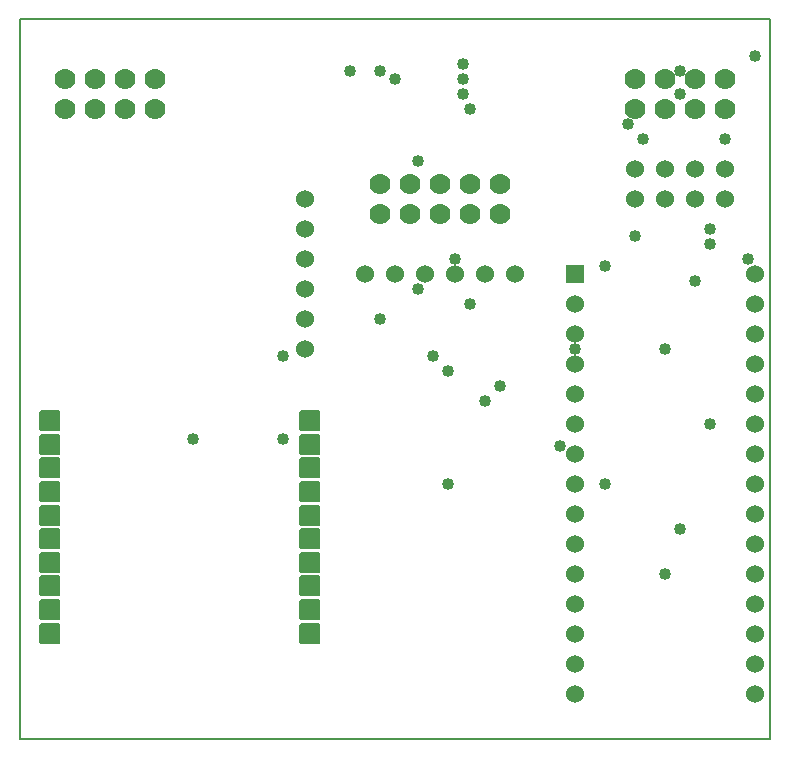
<source format=gbr>
G04 PROTEUS RS274X GERBER FILE*
%FSLAX45Y45*%
%MOMM*%
G01*
%ADD25C,1.016000*%
%ADD26C,1.778000*%
%AMPPAD021*
4,1,36,
0.762000,-0.889000,
-0.762000,-0.889000,
-0.787970,-0.886470,
-0.811980,-0.879200,
-0.833580,-0.867650,
-0.852290,-0.852290,
-0.867650,-0.833570,
-0.879200,-0.811980,
-0.886470,-0.787970,
-0.889000,-0.762000,
-0.889000,0.762000,
-0.886470,0.787970,
-0.879200,0.811980,
-0.867650,0.833570,
-0.852290,0.852290,
-0.833580,0.867650,
-0.811980,0.879200,
-0.787970,0.886470,
-0.762000,0.889000,
0.762000,0.889000,
0.787970,0.886470,
0.811980,0.879200,
0.833580,0.867650,
0.852290,0.852290,
0.867650,0.833570,
0.879200,0.811980,
0.886470,0.787970,
0.889000,0.762000,
0.889000,-0.762000,
0.886470,-0.787970,
0.879200,-0.811980,
0.867650,-0.833570,
0.852290,-0.852290,
0.833580,-0.867650,
0.811980,-0.879200,
0.787970,-0.886470,
0.762000,-0.889000,
0*%
%ADD29PPAD021*%
%AMPPAD022*
4,1,36,
-0.635000,0.762000,
0.635000,0.762000,
0.660970,0.759470,
0.684980,0.752200,
0.706580,0.740650,
0.725290,0.725290,
0.740650,0.706570,
0.752200,0.684980,
0.759470,0.660970,
0.762000,0.635000,
0.762000,-0.635000,
0.759470,-0.660970,
0.752200,-0.684980,
0.740650,-0.706570,
0.725290,-0.725290,
0.706580,-0.740650,
0.684980,-0.752200,
0.660970,-0.759470,
0.635000,-0.762000,
-0.635000,-0.762000,
-0.660970,-0.759470,
-0.684980,-0.752200,
-0.706580,-0.740650,
-0.725290,-0.725290,
-0.740650,-0.706570,
-0.752200,-0.684980,
-0.759470,-0.660970,
-0.762000,-0.635000,
-0.762000,0.635000,
-0.759470,0.660970,
-0.752200,0.684980,
-0.740650,0.706570,
-0.725290,0.725290,
-0.706580,0.740650,
-0.684980,0.752200,
-0.660970,0.759470,
-0.635000,0.762000,
0*%
%ADD72PPAD022*%
%ADD13C,1.524000*%
%ADD22C,0.203200*%
D25*
X+3810000Y-762000D03*
X+2794000Y-444500D03*
X+3746500Y-381000D03*
X+3048000Y-444500D03*
X+3683000Y-2032000D03*
X+5461000Y-4699000D03*
X+3365500Y-2286000D03*
X+5461000Y-2794000D03*
X+4699000Y-2794000D03*
X+5270500Y-1016000D03*
X+5969000Y-1016000D03*
X+5588000Y-4318000D03*
X+5842000Y-1778000D03*
X+5143500Y-889000D03*
X+4953000Y-3937000D03*
X+6223000Y-317500D03*
X+5588000Y-444500D03*
X+5842000Y-3429000D03*
X+5842000Y-1905000D03*
X+5588000Y-635000D03*
X+6159500Y-2032000D03*
X+4572000Y-3619500D03*
X+3810000Y-2413000D03*
X+3937000Y-3238500D03*
X+4064000Y-3111500D03*
X+1460500Y-3556000D03*
X+2222500Y-3556000D03*
X+2222500Y-2857500D03*
X+3619500Y-3937000D03*
X+5715000Y-2222500D03*
X+4953000Y-2095500D03*
X+3746500Y-635000D03*
X+3175000Y-508000D03*
X+5207000Y-1841500D03*
X+3365500Y-1206500D03*
X+3048000Y-2540000D03*
X+3746500Y-508000D03*
X+3492500Y-2857500D03*
X+3619500Y-2984500D03*
D26*
X+381000Y-762000D03*
X+381000Y-508000D03*
X+635000Y-762000D03*
X+635000Y-508000D03*
X+889000Y-762000D03*
X+889000Y-508000D03*
X+1143000Y-762000D03*
X+1143000Y-508000D03*
X+5207000Y-762000D03*
X+5207000Y-508000D03*
X+5461000Y-762000D03*
X+5461000Y-508000D03*
X+5715000Y-762000D03*
X+5715000Y-508000D03*
X+5969000Y-762000D03*
X+5969000Y-508000D03*
D29*
X+2454000Y-5207000D03*
X+2454000Y-5007000D03*
X+2454000Y-4807000D03*
X+2454000Y-4607000D03*
X+2454000Y-4407000D03*
X+2454000Y-4207000D03*
X+2454000Y-4007000D03*
X+2454000Y-3807000D03*
X+2454000Y-3607000D03*
X+2454000Y-3407000D03*
X+254000Y-3407000D03*
X+254000Y-3607000D03*
X+254000Y-3807000D03*
X+254000Y-4007000D03*
X+254000Y-4207000D03*
X+254000Y-4407000D03*
X+254000Y-4607000D03*
X+254000Y-4807000D03*
X+254000Y-5007000D03*
X+254000Y-5207000D03*
D26*
X+3048000Y-1651000D03*
X+3048000Y-1397000D03*
X+3302000Y-1651000D03*
X+3302000Y-1397000D03*
X+3556000Y-1651000D03*
X+3556000Y-1397000D03*
X+3810000Y-1651000D03*
X+3810000Y-1397000D03*
X+4064000Y-1651000D03*
X+4064000Y-1397000D03*
D72*
X+4699000Y-2159000D03*
D13*
X+4699000Y-2413000D03*
X+4699000Y-2667000D03*
X+4699000Y-2921000D03*
X+4699000Y-3175000D03*
X+4699000Y-3429000D03*
X+4699000Y-3683000D03*
X+4699000Y-3937000D03*
X+4699000Y-4191000D03*
X+4699000Y-4445000D03*
X+4699000Y-4699000D03*
X+4699000Y-4953000D03*
X+4699000Y-5207000D03*
X+4699000Y-5461000D03*
X+4699000Y-5715000D03*
X+6223000Y-5715000D03*
X+6223000Y-5461000D03*
X+6223000Y-5207000D03*
X+6223000Y-4953000D03*
X+6223000Y-4699000D03*
X+6223000Y-4445000D03*
X+6223000Y-4191000D03*
X+6223000Y-3937000D03*
X+6223000Y-3683000D03*
X+6223000Y-3429000D03*
X+6223000Y-3175000D03*
X+6223000Y-2921000D03*
X+6223000Y-2667000D03*
X+6223000Y-2413000D03*
X+6223000Y-2159000D03*
X+2921000Y-2159000D03*
X+3175000Y-2159000D03*
X+3429000Y-2159000D03*
X+3683000Y-2159000D03*
X+3937000Y-2159000D03*
X+4191000Y-2159000D03*
X+5207000Y-1524000D03*
X+5461000Y-1524000D03*
X+5715000Y-1524000D03*
X+5969000Y-1524000D03*
X+2413000Y-1524000D03*
X+2413000Y-1778000D03*
X+2413000Y-2032000D03*
X+2413000Y-2286000D03*
X+2413000Y-2540000D03*
X+2413000Y-2794000D03*
X+5207000Y-1270000D03*
X+5461000Y-1270000D03*
X+5715000Y-1270000D03*
X+5969000Y-1270000D03*
D22*
X+0Y-6096000D02*
X+6350000Y-6096000D01*
X+6350000Y+0D01*
X+0Y+0D01*
X+0Y-6096000D01*
M02*

</source>
